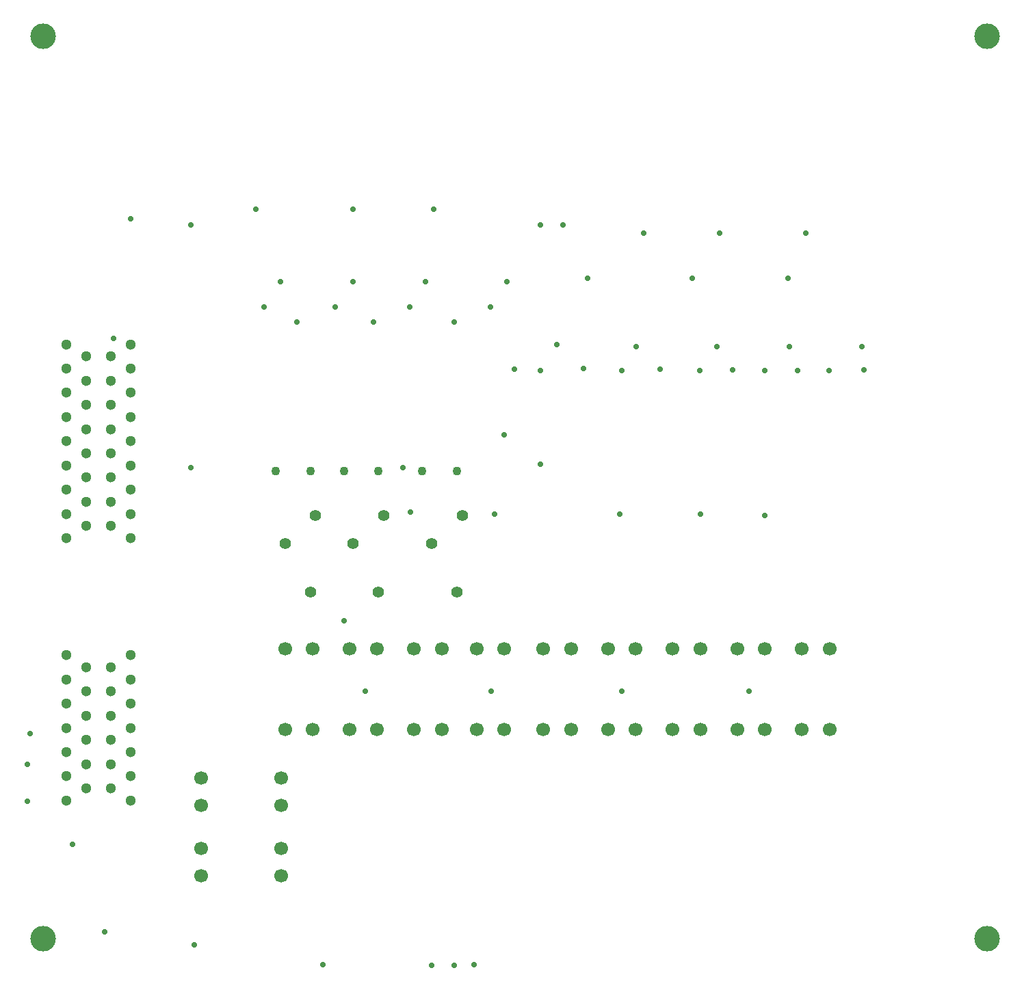
<source format=gbr>
%TF.GenerationSoftware,Altium Limited,Altium Designer,18.1.7 (191)*%
G04 Layer_Color=0*
%FSLAX26Y26*%
%MOIN*%
%TF.FileFunction,Plated,1,2,PTH,Drill*%
%TF.Part,Single*%
G01*
G75*
%TA.AperFunction,ComponentDrill*%
%ADD54C,0.066929*%
%TA.AperFunction,OtherDrill,Pad Free-MH (4900mil,300mil)*%
%ADD55C,0.125000*%
%TA.AperFunction,OtherDrill,Pad Free-MH (300mil,300mil)*%
%ADD56C,0.125000*%
%TA.AperFunction,OtherDrill,Pad Free-MH (300mil,4700mil)*%
%ADD57C,0.125000*%
%TA.AperFunction,ComponentDrill*%
%ADD58C,0.051181*%
%TA.AperFunction,OtherDrill,Pad Free-MH (4900mil,4700mil)*%
%ADD59C,0.125000*%
%TA.AperFunction,ComponentDrill*%
%ADD60C,0.055118*%
%ADD61C,0.043307*%
%ADD62C,0.066929*%
%TA.AperFunction,ViaDrill,NotFilled*%
%ADD63C,0.028000*%
D54*
X1460276Y608071D02*
D03*
X1069724D02*
D03*
X1460276Y741929D02*
D03*
X1069724D02*
D03*
X1460276Y951772D02*
D03*
X1069724D02*
D03*
X1460276Y1085630D02*
D03*
X1069724D02*
D03*
D55*
X4900000Y300000D02*
D03*
D56*
X300000D02*
D03*
D57*
Y4700000D02*
D03*
D58*
X728346Y2253937D02*
D03*
Y2372047D02*
D03*
Y2490157D02*
D03*
Y2608268D02*
D03*
Y2726378D02*
D03*
Y2844488D02*
D03*
Y2962598D02*
D03*
Y3080709D02*
D03*
Y3198819D02*
D03*
X629921Y2312992D02*
D03*
Y2431102D02*
D03*
Y2549213D02*
D03*
Y2667323D02*
D03*
Y2785433D02*
D03*
Y2903543D02*
D03*
Y3021653D02*
D03*
Y3139764D02*
D03*
X511811Y2312992D02*
D03*
Y2431102D02*
D03*
Y2549213D02*
D03*
Y2667323D02*
D03*
Y2785433D02*
D03*
Y2903543D02*
D03*
Y3021653D02*
D03*
Y3139764D02*
D03*
X413386Y2253937D02*
D03*
Y2372047D02*
D03*
Y2490157D02*
D03*
Y2608268D02*
D03*
Y2726378D02*
D03*
Y2844488D02*
D03*
Y2962598D02*
D03*
Y3080709D02*
D03*
Y3198819D02*
D03*
Y1683071D02*
D03*
Y1564961D02*
D03*
Y1446850D02*
D03*
Y1328740D02*
D03*
Y1210630D02*
D03*
Y1092520D02*
D03*
Y974409D02*
D03*
X511811Y1624016D02*
D03*
Y1505906D02*
D03*
Y1387795D02*
D03*
Y1269685D02*
D03*
Y1151575D02*
D03*
Y1033465D02*
D03*
X629921Y1624016D02*
D03*
Y1505906D02*
D03*
Y1387795D02*
D03*
Y1269685D02*
D03*
Y1151575D02*
D03*
Y1033465D02*
D03*
X728346Y1683071D02*
D03*
Y1564961D02*
D03*
Y1446850D02*
D03*
Y1328740D02*
D03*
Y1210630D02*
D03*
Y1092520D02*
D03*
Y974409D02*
D03*
D59*
X4900000Y4700000D02*
D03*
D60*
X2317207Y1989824D02*
D03*
X2342798Y2363840D02*
D03*
X2193192Y2226045D02*
D03*
X1602873Y1989824D02*
D03*
X1628464Y2363840D02*
D03*
X1478857Y2226045D02*
D03*
X1935039Y1989824D02*
D03*
X1960630Y2363840D02*
D03*
X1811024Y2226045D02*
D03*
D61*
X2147916Y2580376D02*
D03*
X2317207D02*
D03*
X1433582D02*
D03*
X1602873D02*
D03*
X1765748D02*
D03*
X1935039D02*
D03*
D62*
X2242637Y1712659D02*
D03*
Y1322108D02*
D03*
X2108778Y1712659D02*
D03*
Y1322108D02*
D03*
X1612716Y1712659D02*
D03*
Y1322108D02*
D03*
X1478857Y1712659D02*
D03*
Y1322108D02*
D03*
X1927676Y1712659D02*
D03*
Y1322108D02*
D03*
X1793818Y1712659D02*
D03*
Y1322108D02*
D03*
X2872558Y1712659D02*
D03*
Y1322108D02*
D03*
X2738700Y1712659D02*
D03*
Y1322108D02*
D03*
X3187519Y1712659D02*
D03*
Y1322108D02*
D03*
X3053660Y1712659D02*
D03*
Y1322108D02*
D03*
X3502479Y1712659D02*
D03*
Y1322108D02*
D03*
X3368621Y1712659D02*
D03*
Y1322108D02*
D03*
X3817440Y1712659D02*
D03*
Y1322108D02*
D03*
X3683582Y1712659D02*
D03*
Y1322108D02*
D03*
X4132401Y1712659D02*
D03*
Y1322108D02*
D03*
X3998542Y1712659D02*
D03*
Y1322108D02*
D03*
X2547244Y1712677D02*
D03*
Y1322126D02*
D03*
X2413386Y1712677D02*
D03*
Y1322126D02*
D03*
D63*
X2303150Y170000D02*
D03*
X2195000D02*
D03*
X223357Y971674D02*
D03*
Y1151575D02*
D03*
X236220Y1301857D02*
D03*
X4015748Y3740157D02*
D03*
X3598673D02*
D03*
X3225551D02*
D03*
X2834646Y3779528D02*
D03*
X2724683D02*
D03*
X2204724Y3858268D02*
D03*
X1811024D02*
D03*
X1338583D02*
D03*
X1020023Y3779528D02*
D03*
Y2598425D02*
D03*
X2052352D02*
D03*
X2088861Y2381184D02*
D03*
X1036229Y270000D02*
D03*
X3740157Y1505906D02*
D03*
X3121452D02*
D03*
X2482942D02*
D03*
X1869345D02*
D03*
X728346Y3809807D02*
D03*
X3928915Y3519571D02*
D03*
X3464567D02*
D03*
X2952756D02*
D03*
X4299431Y3073782D02*
D03*
X3976378Y3070866D02*
D03*
X3661417Y3073782D02*
D03*
X3307087Y3078959D02*
D03*
X2935495Y3081693D02*
D03*
X2598425Y3078959D02*
D03*
X2303150Y3307087D02*
D03*
X1911845D02*
D03*
X1537855D02*
D03*
X2400000Y175000D02*
D03*
X1665000D02*
D03*
X600000Y335000D02*
D03*
X445000Y760000D02*
D03*
X2500593Y2372047D02*
D03*
X3110236D02*
D03*
X2724683Y2613371D02*
D03*
X3815982Y2363840D02*
D03*
X3503937Y2372047D02*
D03*
X4291339Y3188976D02*
D03*
X3937008D02*
D03*
X3582677D02*
D03*
X3188976D02*
D03*
X2804171Y3198819D02*
D03*
X2559055Y3503937D02*
D03*
X2165354D02*
D03*
X1811024D02*
D03*
X1458504D02*
D03*
X2724683Y3070866D02*
D03*
X3119132D02*
D03*
X3501022D02*
D03*
X3815982D02*
D03*
X4130943D02*
D03*
X2479391Y3380905D02*
D03*
X2086614D02*
D03*
X1725454D02*
D03*
X1377029D02*
D03*
X2547244Y2755905D02*
D03*
X643837Y3228346D02*
D03*
X1765748Y1850394D02*
D03*
%TF.MD5,f461d9a0e7249079d3447db3cb442804*%
M02*

</source>
